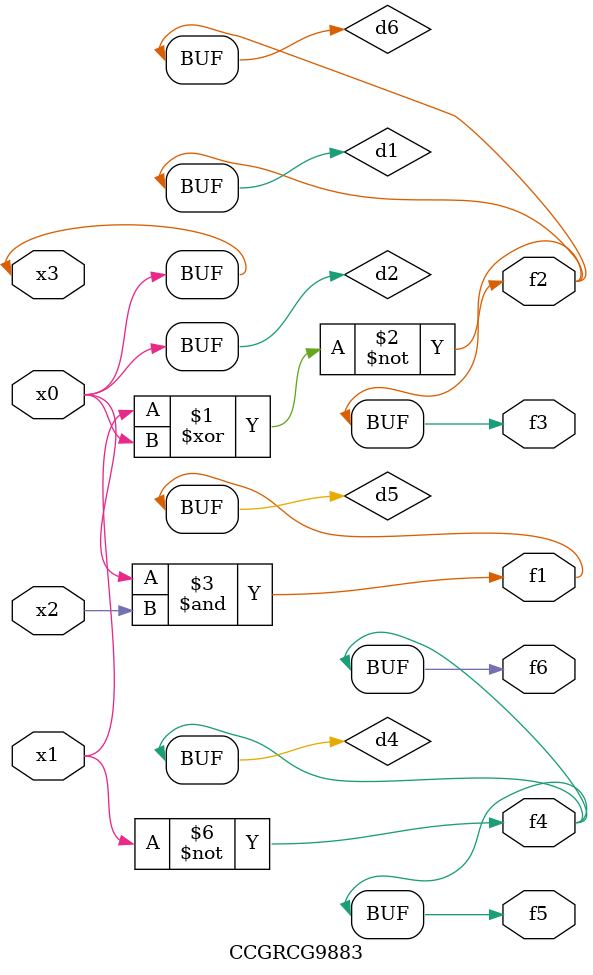
<source format=v>
module CCGRCG9883(
	input x0, x1, x2, x3,
	output f1, f2, f3, f4, f5, f6
);

	wire d1, d2, d3, d4, d5, d6;

	xnor (d1, x1, x3);
	buf (d2, x0, x3);
	nand (d3, x0, x2);
	not (d4, x1);
	nand (d5, d3);
	or (d6, d1);
	assign f1 = d5;
	assign f2 = d6;
	assign f3 = d6;
	assign f4 = d4;
	assign f5 = d4;
	assign f6 = d4;
endmodule

</source>
